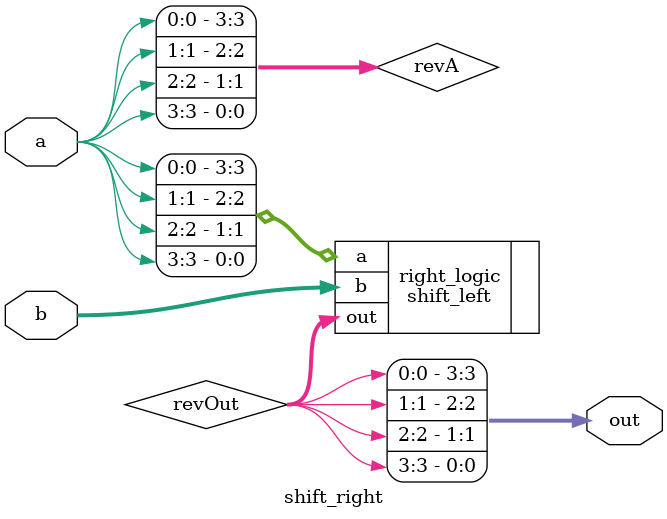
<source format=v>
module shift_right (
    input  wire [3:0] a,    // dữ liệu vào 4 bit
    input  wire [3:0] b,    // số bit shift-right (0..15)
    output wire [3:0] out   // kết quả
);
    // 1. Đảo ngược thứ tự bit của a → revA
    wire [3:0] revA;
    assign revA = { a[0], a[1], a[2], a[3] };

    // 2. Gọi module shift_left_4bit_by_b trên revA
    wire [3:0] revOut;
    shift_left right_logic (
        .a   (revA),
        .b   (b),
        .out (revOut)
    );

    // 3. Đảo ngược lại revOut để ra out (chính là shift-right của a)
    assign out = { revOut[0], revOut[1], revOut[2], revOut[3] };
endmodule




</source>
